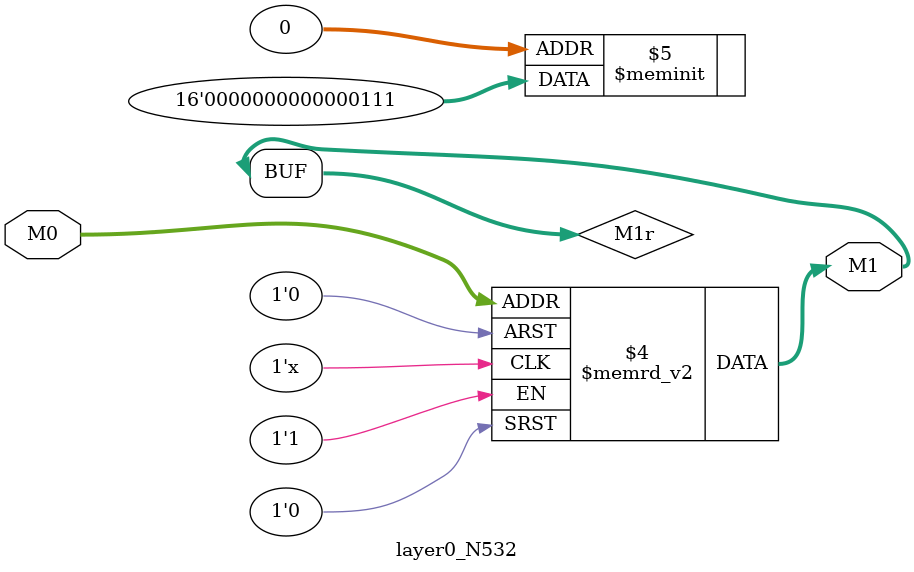
<source format=v>
module layer0_N532 ( input [2:0] M0, output [1:0] M1 );

	(*rom_style = "distributed" *) reg [1:0] M1r;
	assign M1 = M1r;
	always @ (M0) begin
		case (M0)
			3'b000: M1r = 2'b11;
			3'b100: M1r = 2'b00;
			3'b010: M1r = 2'b00;
			3'b110: M1r = 2'b00;
			3'b001: M1r = 2'b01;
			3'b101: M1r = 2'b00;
			3'b011: M1r = 2'b00;
			3'b111: M1r = 2'b00;

		endcase
	end
endmodule

</source>
